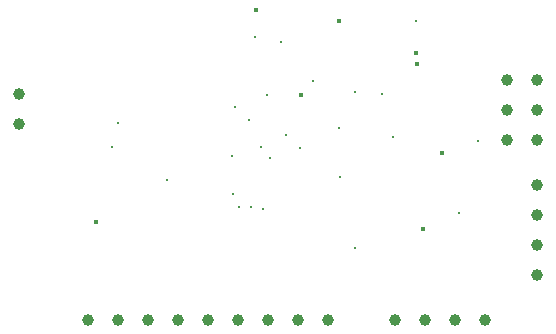
<source format=gbr>
%TF.GenerationSoftware,KiCad,Pcbnew,9.0.0*%
%TF.CreationDate,2025-05-30T17:41:20+05:30*%
%TF.ProjectId,MCU datalogger,4d435520-6461-4746-916c-6f676765722e,1*%
%TF.SameCoordinates,Original*%
%TF.FileFunction,Plated,1,2,PTH,Drill*%
%TF.FilePolarity,Positive*%
%FSLAX46Y46*%
G04 Gerber Fmt 4.6, Leading zero omitted, Abs format (unit mm)*
G04 Created by KiCad (PCBNEW 9.0.0) date 2025-05-30 17:41:20*
%MOMM*%
%LPD*%
G01*
G04 APERTURE LIST*
%TA.AperFunction,ViaDrill*%
%ADD10C,0.300000*%
%TD*%
%TA.AperFunction,ViaDrill*%
%ADD11C,0.400000*%
%TD*%
%TA.AperFunction,ComponentDrill*%
%ADD12C,1.000000*%
%TD*%
G04 APERTURE END LIST*
D10*
X73660000Y-99060000D03*
X74168000Y-97028000D03*
X78319097Y-101854000D03*
X83845354Y-99782109D03*
X83858000Y-103002066D03*
X84048600Y-95681800D03*
X84366000Y-104137934D03*
X85217000Y-96774000D03*
X85415996Y-104141568D03*
X85750400Y-89712800D03*
X86233000Y-99060000D03*
X86456847Y-104279895D03*
X86750000Y-94667880D03*
X86995000Y-99949000D03*
X87985600Y-90119200D03*
X88400000Y-98000000D03*
X89535000Y-99149000D03*
X90678000Y-93472000D03*
X92837000Y-97409000D03*
X92964000Y-101600000D03*
X94196000Y-94361000D03*
X94234000Y-107594400D03*
X96520000Y-94535000D03*
X97476930Y-98144666D03*
X99364800Y-88392000D03*
X103009043Y-104587685D03*
X104648000Y-98552000D03*
D11*
X72263971Y-105350581D03*
X85844805Y-87458368D03*
X89663998Y-94595830D03*
X92862400Y-88341200D03*
X99364800Y-91084400D03*
X99466400Y-91998800D03*
X100010000Y-105984000D03*
X101600000Y-99568000D03*
D12*
%TO.C,BT1*%
X65786000Y-94564200D03*
X65786000Y-97104200D03*
%TO.C,J3*%
X71628000Y-113690400D03*
X74168000Y-113690400D03*
X76708000Y-113690400D03*
X79248000Y-113690400D03*
X81788000Y-113690400D03*
X84328000Y-113690400D03*
X86868000Y-113690400D03*
X89408000Y-113690400D03*
X91948000Y-113690400D03*
%TO.C,J2*%
X97647600Y-113639600D03*
X100187600Y-113639600D03*
X102727600Y-113639600D03*
X105267600Y-113639600D03*
%TO.C,J4*%
X107061000Y-93345000D03*
X107061000Y-95885000D03*
X107061000Y-98425000D03*
X109601000Y-93345000D03*
X109601000Y-95885000D03*
X109601000Y-98425000D03*
%TO.C,J1*%
X109601000Y-102235000D03*
X109601000Y-104775000D03*
X109601000Y-107315000D03*
X109601000Y-109855000D03*
M02*

</source>
